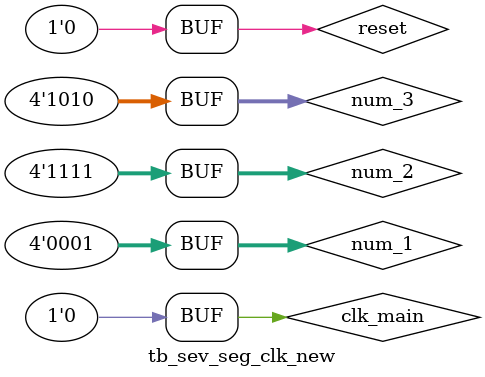
<source format=v>
`timescale 1ns / 1ps


module tb_sev_seg_clk_new;

	// Inputs
	reg [3:0] num_1;
	reg [3:0] num_2;
	reg [3:0] num_3;
	reg clk_main;
	reg reset;

	// Outputs
	wire [7:0] sev_seg_leds;
	wire [4:0] led_disable;
	wire [2:0] led_enable;

	// Instantiate the Unit Under Test (UUT)
	sev_seg_with_clk_top uut (
		.num_1(num_1), 
		.num_2(num_2), 
		.num_3(num_3), 
		.clk_main(clk_main), 
		.reset(reset), 
		.sev_seg_leds(sev_seg_leds), 
		.led_disable(led_disable), 
		.led_enable(led_enable)
	);

	initial begin
		// Initialize Inputs
		num_1 = 0;
		num_2 = 0;
		num_3 = 0;
		clk_main = 0;
		reset = 0;

		// Wait 100 ns for global reset to finish
		#100;
        
		// Add stimulus here
		reset = 1;
		
		#25;
		reset = 0;
		
		#25;
		num_1 = 8;
		num_2 = 3;
		num_3 = 2;
		
		#140;
		num_1 = 1;
		num_2 = 15;
		num_3 = 10;
		
	end
      
endmodule


</source>
